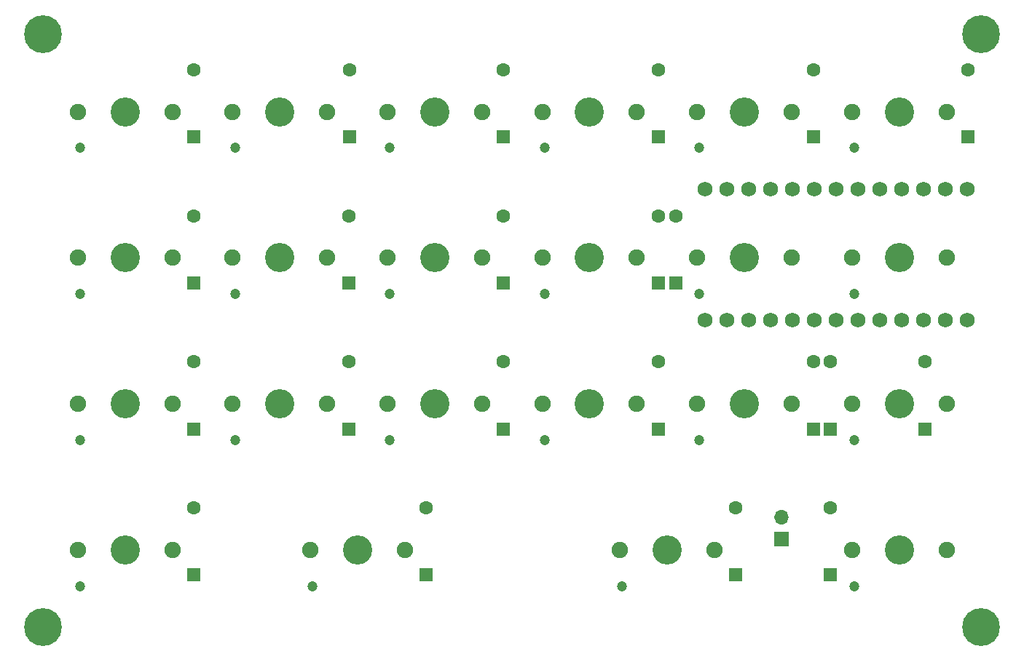
<source format=gbr>
G04 #@! TF.GenerationSoftware,KiCad,Pcbnew,(5.1.4)-1*
G04 #@! TF.CreationDate,2020-12-10T17:36:51-06:00*
G04 #@! TF.ProjectId,tenjuepad,74656e6a-7565-4706-9164-2e6b69636164,rev?*
G04 #@! TF.SameCoordinates,Original*
G04 #@! TF.FileFunction,Soldermask,Top*
G04 #@! TF.FilePolarity,Negative*
%FSLAX46Y46*%
G04 Gerber Fmt 4.6, Leading zero omitted, Abs format (unit mm)*
G04 Created by KiCad (PCBNEW (5.1.4)-1) date 2020-12-10 17:36:51*
%MOMM*%
%LPD*%
G04 APERTURE LIST*
%ADD10C,1.752600*%
%ADD11O,1.700000X1.700000*%
%ADD12R,1.700000X1.700000*%
%ADD13C,0.700000*%
%ADD14C,4.400000*%
%ADD15C,1.200000*%
%ADD16C,1.900000*%
%ADD17C,3.400000*%
%ADD18R,1.600000X1.600000*%
%ADD19C,1.600000*%
G04 APERTURE END LIST*
D10*
X297910000Y-178270000D03*
X297910000Y-163030000D03*
X295370000Y-163030000D03*
X267430000Y-178270000D03*
X292830000Y-163030000D03*
X290290000Y-163030000D03*
X287750000Y-163030000D03*
X285210000Y-163030000D03*
X282670000Y-163030000D03*
X280130000Y-163030000D03*
X277590000Y-163030000D03*
X275050000Y-163030000D03*
X272510000Y-163030000D03*
X269970000Y-163030000D03*
X267430000Y-163030000D03*
X269970000Y-178270000D03*
X272510000Y-178270000D03*
X275050000Y-178270000D03*
X277590000Y-178270000D03*
X280130000Y-178270000D03*
X282670000Y-178270000D03*
X285210000Y-178270000D03*
X287750000Y-178270000D03*
X290290000Y-178270000D03*
X292830000Y-178270000D03*
X295370000Y-178270000D03*
D11*
X276352000Y-201168000D03*
D12*
X276352000Y-203708000D03*
D13*
X191666726Y-143833274D03*
X190500000Y-143350000D03*
X189333274Y-143833274D03*
X188850000Y-145000000D03*
X189333274Y-146166726D03*
X190500000Y-146650000D03*
X191666726Y-146166726D03*
X192150000Y-145000000D03*
D14*
X190500000Y-145000000D03*
D13*
X191666726Y-212833274D03*
X190500000Y-212350000D03*
X189333274Y-212833274D03*
X188850000Y-214000000D03*
X189333274Y-215166726D03*
X190500000Y-215650000D03*
X191666726Y-215166726D03*
X192150000Y-214000000D03*
D14*
X190500000Y-214000000D03*
D13*
X300666726Y-212833274D03*
X299500000Y-212350000D03*
X298333274Y-212833274D03*
X297850000Y-214000000D03*
X298333274Y-215166726D03*
X299500000Y-215650000D03*
X300666726Y-215166726D03*
X301150000Y-214000000D03*
D14*
X299500000Y-214000000D03*
D13*
X300666726Y-143833274D03*
X299500000Y-143350000D03*
X298333274Y-143833274D03*
X297850000Y-145000000D03*
X298333274Y-146166726D03*
X299500000Y-146650000D03*
X300666726Y-146166726D03*
X301150000Y-145000000D03*
D14*
X299500000Y-145000000D03*
D15*
X284780000Y-209200000D03*
D16*
X295500000Y-205000000D03*
X284500000Y-205000000D03*
D17*
X290000000Y-205000000D03*
D15*
X257780000Y-209200000D03*
D16*
X268500000Y-205000000D03*
X257500000Y-205000000D03*
D17*
X263000000Y-205000000D03*
D15*
X221780000Y-209200000D03*
D16*
X232500000Y-205000000D03*
X221500000Y-205000000D03*
D17*
X227000000Y-205000000D03*
D15*
X194780000Y-209200000D03*
D16*
X205500000Y-205000000D03*
X194500000Y-205000000D03*
D17*
X200000000Y-205000000D03*
D15*
X284780000Y-192200000D03*
D16*
X295500000Y-188000000D03*
X284500000Y-188000000D03*
D17*
X290000000Y-188000000D03*
D15*
X266780000Y-192200000D03*
D16*
X277500000Y-188000000D03*
X266500000Y-188000000D03*
D17*
X272000000Y-188000000D03*
D15*
X248780000Y-192200000D03*
D16*
X259500000Y-188000000D03*
X248500000Y-188000000D03*
D17*
X254000000Y-188000000D03*
D15*
X230780000Y-192200000D03*
D16*
X241500000Y-188000000D03*
X230500000Y-188000000D03*
D17*
X236000000Y-188000000D03*
D15*
X212780000Y-192200000D03*
D16*
X223500000Y-188000000D03*
X212500000Y-188000000D03*
D17*
X218000000Y-188000000D03*
D15*
X194780000Y-192200000D03*
D16*
X205500000Y-188000000D03*
X194500000Y-188000000D03*
D17*
X200000000Y-188000000D03*
D15*
X284780000Y-175200000D03*
D16*
X295500000Y-171000000D03*
X284500000Y-171000000D03*
D17*
X290000000Y-171000000D03*
D15*
X266780000Y-175200000D03*
D16*
X277500000Y-171000000D03*
X266500000Y-171000000D03*
D17*
X272000000Y-171000000D03*
D15*
X248780000Y-175200000D03*
D16*
X259500000Y-171000000D03*
X248500000Y-171000000D03*
D17*
X254000000Y-171000000D03*
D15*
X230780000Y-175200000D03*
D16*
X241500000Y-171000000D03*
X230500000Y-171000000D03*
D17*
X236000000Y-171000000D03*
D15*
X212780000Y-175200000D03*
D16*
X223500000Y-171000000D03*
X212500000Y-171000000D03*
D17*
X218000000Y-171000000D03*
D15*
X194780000Y-175200000D03*
D16*
X205500000Y-171000000D03*
X194500000Y-171000000D03*
D17*
X200000000Y-171000000D03*
D15*
X284780000Y-158200000D03*
D16*
X295500000Y-154000000D03*
X284500000Y-154000000D03*
D17*
X290000000Y-154000000D03*
D15*
X266780000Y-158200000D03*
D16*
X277500000Y-154000000D03*
X266500000Y-154000000D03*
D17*
X272000000Y-154000000D03*
D15*
X248780000Y-158200000D03*
D16*
X259500000Y-154000000D03*
X248500000Y-154000000D03*
D17*
X254000000Y-154000000D03*
D15*
X230780000Y-158200000D03*
D16*
X241500000Y-154000000D03*
X230500000Y-154000000D03*
D17*
X236000000Y-154000000D03*
D15*
X212780000Y-158200000D03*
D16*
X223500000Y-154000000D03*
X212500000Y-154000000D03*
D17*
X218000000Y-154000000D03*
D15*
X194780000Y-158200000D03*
D16*
X205500000Y-154000000D03*
X194500000Y-154000000D03*
D17*
X200000000Y-154000000D03*
D18*
X282000000Y-207900000D03*
D19*
X282000000Y-200100000D03*
D18*
X271000000Y-207900000D03*
D19*
X271000000Y-200100000D03*
D18*
X235000000Y-207900000D03*
D19*
X235000000Y-200100000D03*
D18*
X208000000Y-207900000D03*
D19*
X208000000Y-200100000D03*
D18*
X282000000Y-190900000D03*
D19*
X282000000Y-183100000D03*
D18*
X280000000Y-190900000D03*
D19*
X280000000Y-183100000D03*
D18*
X262000000Y-190900000D03*
D19*
X262000000Y-183100000D03*
D18*
X244000000Y-190900000D03*
D19*
X244000000Y-183100000D03*
D18*
X226000000Y-190900000D03*
D19*
X226000000Y-183100000D03*
D18*
X208000000Y-190900000D03*
D19*
X208000000Y-183100000D03*
D18*
X293000000Y-190900000D03*
D19*
X293000000Y-183100000D03*
D18*
X264000000Y-173900000D03*
D19*
X264000000Y-166100000D03*
D18*
X262000000Y-173900000D03*
D19*
X262000000Y-166100000D03*
D18*
X244000000Y-173900000D03*
D19*
X244000000Y-166100000D03*
D18*
X226000000Y-173900000D03*
D19*
X226000000Y-166100000D03*
D18*
X208000000Y-173900000D03*
D19*
X208000000Y-166100000D03*
D18*
X298000000Y-156900000D03*
D19*
X298000000Y-149100000D03*
D18*
X280000000Y-156900000D03*
D19*
X280000000Y-149100000D03*
D18*
X262000000Y-156900000D03*
D19*
X262000000Y-149100000D03*
D18*
X244000000Y-156900000D03*
D19*
X244000000Y-149100000D03*
D18*
X226100000Y-156900000D03*
D19*
X226100000Y-149100000D03*
D18*
X208000000Y-156900000D03*
D19*
X208000000Y-149100000D03*
M02*

</source>
